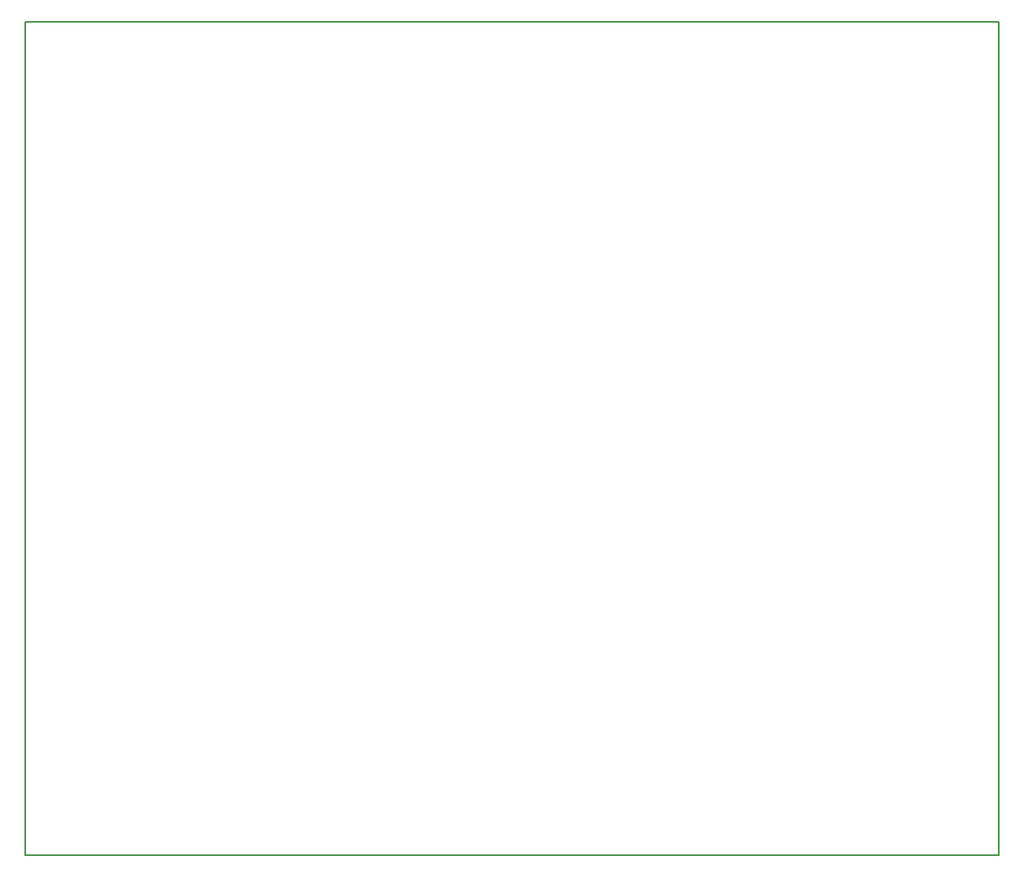
<source format=gko>
G04*
G04 #@! TF.GenerationSoftware,Altium Limited,Altium Designer,19.0.10 (269)*
G04*
G04 Layer_Color=16711935*
%FSLAX25Y25*%
%MOIN*%
G70*
G01*
G75*
%ADD125C,0.00800*%
D125*
X-192913Y-165354D02*
Y165354D01*
Y-165354D02*
X192913D01*
Y165354D01*
X-192913D02*
X192913D01*
M02*

</source>
